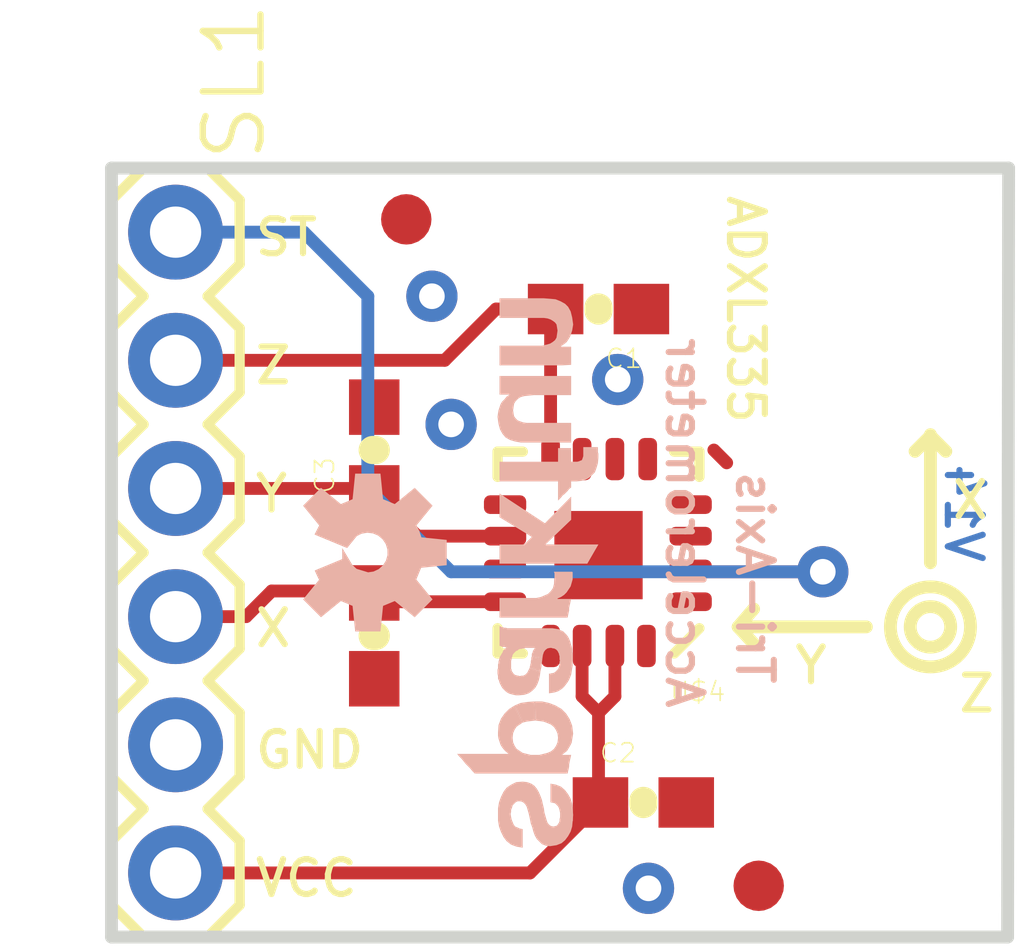
<source format=kicad_pcb>
(kicad_pcb (version 20211014) (generator pcbnew)
  (layers (0 "F.Cu" signal) (1 "In1.Cu" signal) (2 "In2.Cu" signal) (3 "In3.Cu" signal) (4 "In4.Cu" signal) (5 "In5.Cu" signal) (6 "In6.Cu" signal) (7 "In7.Cu" signal) (8 "In8.Cu" signal) (9 "In9.Cu" signal) (10 "In10.Cu" signal) (11 "In11.Cu" signal) (12 "In12.Cu" signal) (13 "In13.Cu" signal) (14 "In14.Cu" signal) (31 "B.Cu" signal) (34 "B.Paste" user) (35 "F.Paste" user) (36 "B.SilkS" user "B.Silkscreen") (37 "F.SilkS" user "F.Silkscreen") (38 "B.Mask" user) (39 "F.Mask" user) (44 "Edge.Cuts" user))
  (net 0 "")
  (net 1 "GND")
  (net 2 "VCC")
  (net 3 "XOUT")
  (net 4 "YOUT")
  (net 5 "ZOUT")
  (net 6 "ST")
  (footprint "boardEagle:0603-CAP" (layer "F.Cu") (at 150.1521 109.9566)
    (fp_text reference "C2" (at -0.889 -0.762) (layer "F.SilkS") (effects (font (size 0.373888 0.373888) (thickness 0.032512)) (justify left bottom)))
    (fp_text value "0.1uF")
    (fp_line (start 0 -0.0305) (end 0 0.0305) (layer "F.SilkS") (width 0.5588))
    (pad "1" smd rect (at -0.85 0) (size 1.1 1) (layers "F.Cu" "F.Paste" "F.Mask") (net 2 "VCC"))
    (pad "2" smd rect (at 0.85 0) (size 1.1 1) (layers "F.Cu" "F.Paste" "F.Mask") (net 1 "GND"))
  )
  (footprint "boardEagle:FIDUCIAL-1X2" (layer "F.Cu") (at 152.4381 111.6076)
    (fp_text reference "U$3" hide)
    (fp_text value "FIDUCIAL1X2" hide)
    (pad "1" smd roundrect (at 0 0) (size 1 1) (layers "F.Cu" "F.Mask") (roundrect_rratio 0.5))
  )
  (footprint "boardEagle:STAND-OFF-TIGHT" (layer "F.Cu") (at 154.8511 99.9236)
    (fp_text reference "U$7" hide)
    (fp_text value "" hide)
    (pad "" np_thru_hole circle (at 0 0) (size 3.048 3.048) (drill 3.048) (layers *.Cu *.Mask))
  )
  (footprint "boardEagle:STAND-OFF-TIGHT" (layer "F.Cu") (at 154.8511 110.0836)
    (fp_text reference "U$6" hide)
    (fp_text value "" hide)
    (pad "" np_thru_hole circle (at 0 0) (size 3.048 3.048) (drill 3.048) (layers *.Cu *.Mask))
  )
  (footprint "boardEagle:0603-CAP" (layer "F.Cu") (at 144.8181 106.6546 -90)
    (fp_text reference "C4" (at -0.889 -0.762 -90) (layer "F.SilkS") (effects (font (size 0.373888 0.373888) (thickness 0.032512)) (justify left bottom)))
    (fp_text value "0.1uF")
    (fp_line (start 0 -0.0305) (end 0 0.0305) (layer "F.SilkS") (width 0.5588))
    (pad "1" smd rect (at -0.85 0 270) (size 1.1 1) (layers "F.Cu" "F.Paste" "F.Mask") (net 3 "XOUT"))
    (pad "2" smd rect (at 0.85 0 270) (size 1.1 1) (layers "F.Cu" "F.Paste" "F.Mask") (net 1 "GND"))
  )
  (footprint "boardEagle:FIDUCIAL-1X2" (layer "F.Cu") (at 145.4531 98.3996)
    (fp_text reference "U$1" hide)
    (fp_text value "FIDUCIAL1X2" hide)
    (pad "1" smd roundrect (at 0 0) (size 1 1) (layers "F.Cu" "F.Mask") (roundrect_rratio 0.5))
  )
  (footprint "boardEagle:0603-CAP" (layer "F.Cu") (at 144.8181 102.9716 90)
    (fp_text reference "C3" (at -0.889 -0.762 90) (layer "F.SilkS") (effects (font (size 0.373888 0.373888) (thickness 0.032512)) (justify left bottom)))
    (fp_text value "0.1uF")
    (fp_line (start 0 -0.0305) (end 0 0.0305) (layer "F.SilkS") (width 0.5588))
    (pad "1" smd rect (at -0.85 0 90) (size 1.1 1) (layers "F.Cu" "F.Paste" "F.Mask") (net 4 "YOUT"))
    (pad "2" smd rect (at 0.85 0 90) (size 1.1 1) (layers "F.Cu" "F.Paste" "F.Mask") (net 1 "GND"))
  )
  (footprint "boardEagle:ADXL335-P" (layer "F.Cu") (at 149.2631 105.0036 180)
    (fp_text reference "U$4" (at -2.54 -2.54 180) (layer "F.SilkS") (effects (font (size 0.373888 0.373888) (thickness 0.032512)) (justify right top)))
    (fp_text value "ADXL335-PATRICK\"\"")
    (fp_line (start 2 1.5) (end 2 2) (layer "F.SilkS") (width 0.2032))
    (fp_line (start 2 -2) (end 2 -1.5) (layer "F.SilkS") (width 0.2032))
    (fp_line (start -2 2) (end -2 1.5) (layer "F.SilkS") (width 0.2032))
    (fp_line (start -1.5 -2) (end -2 -1.5) (layer "F.SilkS") (width 0.2032))
    (fp_line (start -1.5 2) (end -2 2) (layer "F.SilkS") (width 0.2032))
    (fp_line (start 2 2) (end 1.5 2) (layer "F.SilkS") (width 0.2032))
    (fp_line (start 1.5 -2) (end 2 -2) (layer "F.SilkS") (width 0.2032))
    (pad "0" smd rect (at 0 -0.0508) (size 1.75 1.75) (layers "F.Cu" "F.Mask"))
    (pad "1" smd roundrect (at -1.8262 -0.975 90) (size 0.37 0.8382) (layers "F.Cu" "F.Paste" "F.Mask") (roundrect_rratio 0.325))
    (pad "2" smd roundrect (at -1.8262 -0.325 90) (size 0.37 0.8382) (layers "F.Cu" "F.Paste" "F.Mask") (roundrect_rratio 0.325) (net 6 "ST"))
    (pad "3" smd roundrect (at -1.8262 0.325 90) (size 0.37 0.8382) (layers "F.Cu" "F.Paste" "F.Mask") (roundrect_rratio 0.325) (net 1 "GND"))
    (pad "4" smd roundrect (at -1.8262 0.9496 90) (size 0.37 0.8382) (layers "F.Cu" "F.Paste" "F.Mask") (roundrect_rratio 0.325))
    (pad "5" smd roundrect (at -0.975 1.8516) (size 0.37 0.8382) (layers "F.Cu" "F.Paste" "F.Mask") (roundrect_rratio 0.325) (net 1 "GND"))
    (pad "6" smd roundrect (at -0.325 1.8516) (size 0.37 0.8382) (layers "F.Cu" "F.Paste" "F.Mask") (roundrect_rratio 0.325) (net 1 "GND"))
    (pad "7" smd roundrect (at 0.325 1.8516) (size 0.37 0.8382) (layers "F.Cu" "F.Paste" "F.Mask") (roundrect_rratio 0.325) (net 1 "GND"))
    (pad "8" smd roundrect (at 0.9496 1.8516) (size 0.37 0.8382) (layers "F.Cu" "F.Paste" "F.Mask") (roundrect_rratio 0.325) (net 5 "ZOUT"))
    (pad "9" smd roundrect (at 1.8516 0.9496 270) (size 0.37 0.8382) (layers "F.Cu" "F.Paste" "F.Mask") (roundrect_rratio 0.325))
    (pad "10" smd roundrect (at 1.8516 0.325 270) (size 0.37 0.8382) (layers "F.Cu" "F.Paste" "F.Mask") (roundrect_rratio 0.325) (net 4 "YOUT"))
    (pad "11" smd roundrect (at 1.8516 -0.325 270) (size 0.37 0.8382) (layers "F.Cu" "F.Paste" "F.Mask") (roundrect_rratio 0.325))
    (pad "12" smd roundrect (at 1.8516 -0.975 270) (size 0.37 0.8382) (layers "F.Cu" "F.Paste" "F.Mask") (roundrect_rratio 0.325) (net 3 "XOUT"))
    (pad "13" smd roundrect (at 0.9496 -1.8516 180) (size 0.37 0.8382) (layers "F.Cu" "F.Paste" "F.Mask") (roundrect_rratio 0.325))
    (pad "14" smd roundrect (at 0.325 -1.8516 180) (size 0.37 0.8382) (layers "F.Cu" "F.Paste" "F.Mask") (roundrect_rratio 0.325) (net 2 "VCC"))
    (pad "15" smd roundrect (at -0.325 -1.8516 180) (size 0.37 0.8382) (layers "F.Cu" "F.Paste" "F.Mask") (roundrect_rratio 0.325) (net 2 "VCC"))
    (pad "16" smd roundrect (at -0.9496 -1.8516 180) (size 0.37 0.8382) (layers "F.Cu" "F.Paste" "F.Mask") (roundrect_rratio 0.325))
  )
  (footprint "boardEagle:1X06" (layer "F.Cu") (at 140.8811 98.6536 -90)
    (fp_text reference "SL1" (at -1.3462 -1.8288 -90) (layer "F.SilkS") (effects (font (size 1.143 1.143) (thickness 0.127)) (justify left bottom)))
    (fp_text value "")
    (fp_line (start 8.255 1.27) (end 6.985 1.27) (layer "F.SilkS") (width 0.2032))
    (fp_line (start 11.43 0.635) (end 10.795 1.27) (layer "F.SilkS") (width 0.2032))
    (fp_line (start 3.175 1.27) (end 1.905 1.27) (layer "F.SilkS") (width 0.2032))
    (fp_line (start 9.525 -1.27) (end 10.795 -1.27) (layer "F.SilkS") (width 0.2032))
    (fp_line (start -1.27 0.635) (end -0.635 1.27) (layer "F.SilkS") (width 0.2032))
    (fp_line (start -0.635 -1.27) (end 0.635 -1.27) (layer "F.SilkS") (width 0.2032))
    (fp_line (start 10.795 -1.27) (end 11.43 -0.635) (layer "F.SilkS") (width 0.2032))
    (fp_line (start -1.27 -0.635) (end -1.27 0.635) (layer "F.SilkS") (width 0.2032))
    (fp_line (start 9.525 1.27) (end 8.89 0.635) (layer "F.SilkS") (width 0.2032))
    (fp_line (start 13.335 -1.27) (end 13.97 -0.635) (layer "F.SilkS") (width 0.2032))
    (fp_line (start 5.715 -1.27) (end 6.35 -0.635) (layer "F.SilkS") (width 0.2032))
    (fp_line (start 0.635 -1.27) (end 1.27 -0.635) (layer "F.SilkS") (width 0.2032))
    (fp_line (start 4.445 -1.27) (end 5.715 -1.27) (layer "F.SilkS") (width 0.2032))
    (fp_line (start 0.635 1.27) (end -0.635 1.27) (layer "F.SilkS") (width 0.2032))
    (fp_line (start -0.635 -1.27) (end -1.27 -0.635) (layer "F.SilkS") (width 0.2032))
    (fp_line (start 3.81 0.635) (end 3.175 1.27) (layer "F.SilkS") (width 0.2032))
    (fp_line (start 4.445 1.27) (end 3.81 0.635) (layer "F.SilkS") (width 0.2032))
    (fp_line (start 1.27 0.635) (end 0.635 1.27) (layer "F.SilkS") (width 0.2032))
    (fp_line (start 5.715 1.27) (end 4.445 1.27) (layer "F.SilkS") (width 0.2032))
    (fp_line (start 1.905 -1.27) (end 3.175 -1.27) (layer "F.SilkS") (width 0.2032))
    (fp_line (start 6.985 -1.27) (end 8.255 -1.27) (layer "F.SilkS") (width 0.2032))
    (fp_line (start 1.27 -0.635) (end 1.905 -1.27) (layer "F.SilkS") (width 0.2032))
    (fp_line (start 11.43 -0.635) (end 12.065 -1.27) (layer "F.SilkS") (width 0.2032))
    (fp_line (start 8.255 -1.27) (end 8.89 -0.635) (layer "F.SilkS") (width 0.2032))
    (fp_line (start 8.89 -0.635) (end 9.525 -1.27) (layer "F.SilkS") (width 0.2032))
    (fp_line (start 10.795 1.27) (end 9.525 1.27) (layer "F.SilkS") (width 0.2032))
    (fp_line (start 6.35 0.635) (end 6.985 1.27) (layer "F.SilkS") (width 0.2032))
    (fp_line (start 13.97 0.635) (end 13.335 1.27) (layer "F.SilkS") (width 0.2032))
    (fp_line (start 12.065 1.27) (end 11.43 0.635) (layer "F.SilkS") (width 0.2032))
    (fp_line (start 6.985 -1.27) (end 6.35 -0.635) (layer "F.SilkS") (width 0.2032))
    (fp_line (start 3.175 -1.27) (end 3.81 -0.635) (layer "F.SilkS") (width 0.2032))
    (fp_line (start 6.35 0.635) (end 5.715 1.27) (layer "F.SilkS") (width 0.2032))
    (fp_line (start 3.81 -0.635) (end 4.445 -1.27) (layer "F.SilkS") (width 0.2032))
    (fp_line (start 13.335 1.27) (end 12.065 1.27) (layer "F.SilkS") (width 0.2032))
    (fp_line (start 8.89 0.635) (end 8.255 1.27) (layer "F.SilkS") (width 0.2032))
    (fp_line (start 12.065 -1.27) (end 13.335 -1.27) (layer "F.SilkS") (width 0.2032))
    (fp_line (start 1.905 1.27) (end 1.27 0.635) (layer "F.SilkS") (width 0.2032))
    (fp_line (start 13.97 -0.635) (end 13.97 0.635) (layer "F.SilkS") (width 0.2032))
    (pad "1" thru_hole circle (at 0 0) (size 1.8796 1.8796) (drill 1.016) (layers *.Cu *.Mask) (net 6 "ST"))
    (pad "2" thru_hole circle (at 2.54 0) (size 1.8796 1.8796) (drill 1.016) (layers *.Cu *.Mask) (net 5 "ZOUT"))
    (pad "3" thru_hole circle (at 5.08 0) (size 1.8796 1.8796) (drill 1.016) (layers *.Cu *.Mask) (net 4 "YOUT"))
    (pad "4" thru_hole circle (at 7.62 0) (size 1.8796 1.8796) (drill 1.016) (layers *.Cu *.Mask) (net 3 "XOUT"))
    (pad "5" thru_hole circle (at 10.16 0) (size 1.8796 1.8796) (drill 1.016) (layers *.Cu *.Mask) (net 1 "GND"))
    (pad "6" thru_hole circle (at 12.7 0) (size 1.8796 1.8796) (drill 1.016) (layers *.Cu *.Mask) (net 2 "VCC"))
  )
  (footprint "boardEagle:0603-CAP" (layer "F.Cu") (at 149.2631 100.1776 180)
    (fp_text reference "C1" (at -0.889 -0.762 180) (layer "F.SilkS") (effects (font (size 0.373888 0.373888) (thickness 0.032512)) (justify right top)))
    (fp_text value "0.1uF")
    (fp_line (start 0 -0.0305) (end 0 0.0305) (layer "F.SilkS") (width 0.5588))
    (pad "1" smd rect (at -0.85 0 180) (size 1.1 1) (layers "F.Cu" "F.Paste" "F.Mask") (net 1 "GND"))
    (pad "2" smd rect (at 0.85 0 180) (size 1.1 1) (layers "F.Cu" "F.Paste" "F.Mask") (net 5 "ZOUT"))
  )
  (footprint "boardEagle:OSHW-LOGO-S" (layer "B.Cu") (at 144.6911 105.0036 90)
    (fp_text reference "U$5" hide)
    (fp_text value "" hide)
    (fp_poly (pts (xy 0.301647 1.061351) (xy 0.42347 1.022344) (xy 0.537177 0.963769) (xy 0.92862 1.282946) (xy 1.282946 0.92862) (xy 0.961035 0.533823) (xy 1.057046 0.302084) (xy 1.5638 0.250561) (xy 1.5638 -0.250561) (xy 1.057046 -0.302084) (xy 0.961035 -0.533823) (xy 1.282946 -0.92862) (xy 0.92862 -1.282946) (xy 0.537177 -0.96377) (xy 0.356601 -1.056794) (xy 0.088679 -0.410073) (xy 0.326262 -0.2176) (xy 0.373649 -0.121468) (xy 0.392729 -0.010339) (xy 0.379464 0.101634) (xy 0.334947 0.205229) (xy 0.262842 0.291918) (xy 0.169087 0.354561) (xy 0.061406 0.387999) (xy -0.051342 0.38948) (xy -0.159868 0.358881) (xy -0.255234 0.298724) (xy -0.329589 0.213962) (xy -0.376813 0.111569) (xy -0.392176 0.005767) (xy -0.322923 -0.222565) (xy -0.249312 -0.303773) (xy 0.091677 -0.5081) (xy -0.12929 -0.5081) (xy -0.355332 -1.053732) (xy -0.506597 -0.983577) (xy -0.538922 -0.965192) (xy -0.92862 -1.282946) (xy -1.282946 -0.92862) (xy -0.961035 -0.533823) (xy -1.057046 -0.302084) (xy -1.5638 -0.250561) (xy -1.5638 0.250561) (xy -1.057046 0.302084) (xy -0.961035 0.533823) (xy -1.282946 0.92862) (xy -0.92862 1.282946) (xy -0.533823 0.961035) (xy -0.302084 1.057046) (xy -0.250561 1.5638) (xy 0.250561 1.5638)) (layer "B.SilkS") (width 0) (fill solid))
  )
  (footprint "boardEagle:SFE_LOGO_NAME_.1" (layer "B.Cu") (at 145.9611 111.3536 90)
    (fp_text reference "U$8" hide)
    (fp_text value "" hide)
    (fp_poly (pts (xy 8.34 3.29) (xy 8.44 3.29) (xy 8.44 3) (xy 8.26 3) (xy 8.2 2.98) (xy 8.18 2.97) (xy 8.17 2.94) (xy 8.16 2.92) (xy 8.15 2.88) (xy 8.15 2.76) (xy 8.42 2.76) (xy 8.42 2.5) (xy 8.15 2.5) (xy 8.15 1.34) (xy 7.76 1.34) (xy 7.76 2.5) (xy 7.38 2.5) (xy 7.44 2.56) (xy 7.48 2.59) (xy 7.51 2.63) (xy 7.57 2.69) (xy 7.61 2.72) (xy 7.64 2.76) (xy 7.76 2.76) (xy 7.76 2.87) (xy 7.77 2.96) (xy 7.79 3.04) (xy 7.83 3.11) (xy 7.88 3.17) (xy 7.94 3.23) (xy 8.02 3.26) (xy 8.12 3.29) (xy 8.23 3.3) (xy 8.31 3.3)) (layer "B.SilkS") (width 0) (fill solid))
    (fp_poly (pts (xy 5.97 2.78) (xy 5.97 2.42) (xy 5.96 2.42) (xy 5.94 2.43) (xy 5.83 2.43) (xy 5.73 2.42) (xy 5.65 2.4) (xy 5.59 2.36) (xy 5.53 2.3) (xy 5.47 2.16) (xy 5.45 2.07) (xy 5.45 1.34) (xy 5.06 1.34) (xy 5.06 2.69) (xy 5.16 2.71) (xy 5.2 2.72) (xy 5.25 2.72) (xy 5.3 2.73) (xy 5.34 2.74) (xy 5.39 2.75) (xy 5.43 2.76) (xy 5.43 2.49) (xy 5.44 2.49) (xy 5.47 2.56) (xy 5.51 2.62) (xy 5.56 2.67) (xy 5.68 2.75) (xy 5.82 2.79) (xy 5.96 2.79)) (layer "B.SilkS") (width 0) (fill solid))
    (fp_poly (pts (xy 1.37 2.78) (xy 1.47 2.75) (xy 1.56 2.7) (xy 1.64 2.64) (xy 1.71 2.56) (xy 1.75 2.46) (xy 1.77 2.35) (xy 1.4 2.35) (xy 1.39 2.4) (xy 1.38 2.44) (xy 1.32 2.5) (xy 1.28 2.52) (xy 1.24 2.53) (xy 1.19 2.54) (xy 1.1 2.54) (xy 1.07 2.53) (xy 1.03 2.53) (xy 1 2.52) (xy 0.94 2.48) (xy 0.93 2.45) (xy 0.92 2.41) (xy 0.93 2.36) (xy 0.96 2.32) (xy 1 2.29) (xy 1.06 2.27) (xy 1.2 2.23) (xy 1.28 2.22) (xy 1.36 2.2) (xy 1.45 2.18) (xy 1.53 2.15) (xy 1.6 2.12) (xy 1.67 2.08) (xy 1.73 2.03) (xy 1.77 1.97) (xy 1.8 1.89) (xy 1.81 1.8) (xy 1.8 1.67) (xy 1.75 1.57) (xy 1.69 1.48) (xy 1.61 1.42) (xy 1.51 1.37) (xy 1.4 1.33) (xy 1.28 1.31) (xy 1.04 1.31) (xy 0.92 1.33) (xy 0.81 1.37) (xy 0.71 1.42) (xy 0.63 1.48) (xy 0.56 1.57) (xy 0.52 1.68) (xy 0.5 1.8) (xy 0.87 1.8) (xy 0.88 1.74) (xy 0.9 1.7) (xy 0.92 1.65) (xy 0.96 1.62) (xy 1.06 1.58) (xy 1.11 1.57) (xy 1.17 1.56) (xy 1.21 1.57) (xy 1.25 1.57) (xy 1.3 1.59) (xy 1.34 1.6) (xy 1.4 1.66) (xy 1.42 1.7) (xy 1.42 1.75) (xy 1.41 1.79) (xy 1.39 1.82) (xy 1.36 1.85) (xy 1.31 1.88) (xy 1.17 1.92) (xy 1.08 1.94) (xy 0.98 1.96) (xy 0.9 1.99) (xy 0.82 2.01) (xy 0.74 2.04) (xy 0.67 2.08) (xy 0.57 2.18) (xy 0.54 2.26) (xy 0.53 2.34) (xy 0.55 2.47) (xy 0.59 2.57) (xy 0.65 2.64) (xy 0.73 2.7) (xy 0.82 2.75) (xy 0.92 2.78) (xy 1.03 2.79) (xy 1.15 2.8)) (layer "B.SilkS") (width 0) (fill solid))
    (fp_poly (pts (xy 6.51 2.25) (xy 7 2.76) (xy 7.46 2.76) (xy 6.93 2.24) (xy 7.52 1.34) (xy 7.05 1.34) (xy 6.66 1.98) (xy 6.51 1.83) (xy 6.51 1.34) (xy 6.13 1.34) (xy 6.13 3.08) (xy 6.51 3.3)) (layer "B.SilkS") (width 0) (fill solid))
    (fp_poly (pts (xy 8.92 1.88) (xy 8.93 1.81) (xy 8.95 1.75) (xy 8.97 1.7) (xy 9.01 1.66) (xy 9.05 1.63) (xy 9.1 1.62) (xy 9.17 1.61) (xy 9.24 1.62) (xy 9.3 1.63) (xy 9.35 1.66) (xy 9.4 1.71) (xy 9.43 1.76) (xy 9.45 1.83) (xy 9.46 1.92) (xy 9.47 2.02) (xy 9.47 2.76) (xy 9.85 2.76) (xy 9.85 1.34) (xy 9.48 1.34) (xy 9.48 1.54) (xy 9.44 1.48) (xy 9.39 1.44) (xy 9.34 1.39) (xy 9.29 1.36) (xy 9.17 1.32) (xy 9.11 1.31) (xy 9.04 1.3) (xy 8.9 1.32) (xy 8.79 1.35) (xy 8.7 1.4) (xy 8.63 1.46) (xy 8.58 1.55) (xy 8.55 1.65) (xy 8.53 1.76) (xy 8.53 2.76) (xy 8.92 2.76)) (layer "B.SilkS") (width 0) (fill solid))
    (fp_poly (pts (xy 4.29 1.98) (xy 4.27 1.97) (xy 4.23 1.97) (xy 4.2 1.96) (xy 4.16 1.96) (xy 4.13 1.95) (xy 4.11 1.95) (xy 4.09 1.94) (xy 4.07 1.94) (xy 3.99 2.15) (xy 4.08 2.17) (xy 4.17 2.18) (xy 4.25 2.19)) (layer "B.SilkS") (width 0) (fill solid))
    (fp_poly (pts (xy 4.39 2.78) (xy 4.44 2.78) (xy 4.49 2.77) (xy 4.55 2.75) (xy 4.59 2.74) (xy 4.64 2.72) (xy 4.68 2.7) (xy 4.72 2.67) (xy 4.79 2.6) (xy 4.81 2.55) (xy 4.83 2.51) (xy 4.85 2.39) (xy 4.85 1.49) (xy 4.86 1.47) (xy 4.86 1.43) (xy 4.87 1.41) (xy 4.87 1.4) (xy 4.88 1.38) (xy 4.88 1.37) (xy 4.89 1.35) (xy 4.89 1.34) (xy 4.5 1.34) (xy 4.5 1.36) (xy 4.49 1.37) (xy 4.49 1.38) (xy 4.48 1.39) (xy 4.48 1.45) (xy 4.47 1.46) (xy 4.47 1.48) (xy 4.45 1.46) (xy 4.43 1.43) (xy 4.4 1.41) (xy 4.37 1.4) (xy 4.34 1.38) (xy 4.32 1.37) (xy 4.29 1.35) (xy 4.26 1.34) (xy 4.22 1.33) (xy 4.19 1.32) (xy 4.16 1.32) (xy 4.13 1.31) (xy 4.06 1.31) (xy 4.03 1.3) (xy 3.95 1.3) (xy 3.9 1.31) (xy 3.85 1.31) (xy 3.81 1.33) (xy 3.77 1.34) (xy 3.69 1.38) (xy 3.66 1.4) (xy 3.6 1.46) (xy 3.57 1.5) (xy 3.55 1.54) (xy 3.53 1.62) (xy 3.52 1.67) (xy 3.52 1.72) (xy 3.53 1.83) (xy 3.56 1.92) (xy 3.61 1.99) (xy 3.67 2.05) (xy 3.74 2.09) (xy 3.82 2.12) (xy 3.91 2.14) (xy 3.99 2.15) (xy 4.07 1.94) (xy 3.97 1.89) (xy 3.93 1.85) (xy 3.91 1.81) (xy 3.91 1.77) (xy 3.9 1.74) (xy 3.91 1.72) (xy 3.91 1.7) (xy 3.92 1.67) (xy 3.92 1.66) (xy 3.93 1.64) (xy 3.96 1.61) (xy 3.98 1.6) (xy 3.99 1.59) (xy 4.01 1.58) (xy 4.03 1.58) (xy 4.05 1.57) (xy 4.2 1.57) (xy 4.32 1.6) (xy 4.35 1.62) (xy 4.4 1.67) (xy 4.41 1.7) (xy 4.43 1.72) (xy 4.44 1.75) (xy 4.44 1.78) (xy 4.45 1.8) (xy 4.45 1.83) (xy 4.46 1.85) (xy 4.46 2.04) (xy 4.44 2.03) (xy 4.43 2.02) (xy 4.41 2.01) (xy 4.4 2) (xy 4.38 2) (xy 4.34 1.98) (xy 4.29 1.98) (xy 4.25 2.19) (xy 4.32 2.2) (xy 4.38 2.22) (xy 4.42 2.25) (xy 4.45 2.29) (xy 4.46 2.34) (xy 4.46 2.37) (xy 4.45 2.4) (xy 4.45 2.42) (xy 4.43 2.46) (xy 4.4 2.49) (xy 4.34 2.52) (xy 4.32 2.52) (xy 4.3 2.53) (xy 4.23 2.53) (xy 4.21 2.54) (xy 4.18 2.53) (xy 4.13 2.53) (xy 4.1 2.52) (xy 4.08 2.52) (xy 4.04 2.5) (xy 3.98 2.44) (xy 3.96 2.4) (xy 3.96 2.37) (xy 3.95 2.35) (xy 3.95 2.32) (xy 3.56 2.32) (xy 3.57 2.39) (xy 3.58 2.44) (xy 3.6 2.5) (xy 3.63 2.55) (xy 3.66 2.59) (xy 3.7 2.63) (xy 3.78 2.69) (xy 3.83 2.72) (xy 3.93 2.76) (xy 4.11 2.79) (xy 4.33 2.79)) (layer "B.SilkS") (width 0) (fill solid))
    (fp_poly (pts (xy 2.92 2.78) (xy 3.05 2.73) (xy 3.16 2.66) (xy 3.25 2.57) (xy 3.32 2.45) (xy 3.37 2.32) (xy 3.4 2.18) (xy 3.4 2.04) (xy 3.02 2.05) (xy 3 2.21) (xy 2.97 2.29) (xy 2.94 2.36) (xy 2.89 2.42) (xy 2.83 2.46) (xy 2.76 2.49) (xy 2.68 2.5) (xy 2.59 2.49) (xy 2.52 2.46) (xy 2.46 2.42) (xy 2.41 2.36) (xy 2.38 2.29) (xy 2.34 2.13) (xy 2.34 1.96) (xy 2.38 1.8) (xy 2.46 1.68) (xy 2.52 1.64) (xy 2.59 1.61) (xy 2.68 1.6) (xy 2.77 1.61) (xy 2.84 1.64) (xy 2.9 1.68) (xy 2.98 1.8) (xy 3.32 1.64) (xy 3.25 1.53) (xy 3.16 1.44) (xy 3.06 1.37) (xy 2.93 1.32) (xy 2.78 1.31) (xy 2.72 1.31) (xy 2.66 1.32) (xy 2.54 1.36) (xy 2.49 1.39) (xy 2.44 1.43) (xy 2.4 1.47) (xy 2.36 1.52) (xy 2.36 0.5) (xy 2.31 0.54) (xy 2.26 0.59) (xy 2.16 0.67) (xy 2.07 0.76) (xy 2.02 0.8) (xy 1.97 0.85) (xy 1.97 2.69) (xy 2.02 2.7) (xy 2.06 2.71) (xy 2.11 2.72) (xy 2.15 2.72) (xy 2.25 2.74) (xy 2.29 2.75) (xy 2.34 2.76) (xy 2.34 2.58) (xy 2.42 2.68) (xy 2.52 2.74) (xy 2.58 2.77) (xy 2.76 2.8)) (layer "B.SilkS") (width 0) (fill solid))
    (fp_poly (pts (xy 11.01 2.78) (xy 11.13 2.75) (xy 11.22 2.7) (xy 11.28 2.64) (xy 11.33 2.55) (xy 11.37 2.45) (xy 11.38 2.34) (xy 11.39 2.21) (xy 11.39 1.34) (xy 11 1.34) (xy 11 2.22) (xy 10.99 2.29) (xy 10.97 2.35) (xy 10.94 2.4) (xy 10.91 2.44) (xy 10.87 2.47) (xy 10.75 2.49) (xy 10.61 2.47) (xy 10.56 2.44) (xy 10.52 2.39) (xy 10.49 2.34) (xy 10.47 2.27) (xy 10.45 2.18) (xy 10.45 1.34) (xy 10.06 1.34) (xy 10.06 2.58) (xy 10.07 2.76) (xy 10.43 2.76) (xy 10.43 2.56) (xy 10.44 2.56) (xy 10.48 2.62) (xy 10.52 2.67) (xy 10.58 2.71) (xy 10.63 2.74) (xy 10.75 2.78) (xy 10.87 2.8)) (layer "B.SilkS") (width 0) (fill solid))
    (fp_poly (pts (xy 3.4 2.04) (xy 3.39 1.9) (xy 3.37 1.76) (xy 3.32 1.64) (xy 2.98 1.8) (xy 3 1.88) (xy 3.01 1.96) (xy 3.02 2.05)) (layer "B.SilkS") (width 0) (fill solid))
  )
  (gr_circle (center 155.8417 106.4768) (end 156.243306 106.4768) (layer "F.SilkS") (width 0.254) (fill none))
  (gr_circle (center 155.8417 106.4768) (end 156.635218 106.4768) (layer "F.SilkS") (width 0.254) (fill none))
  (gr_line (start 155.8417 102.6922) (end 156.1465 102.997) (layer "F.SilkS") (width 0.254))
  (gr_line (start 155.8417 102.6668) (end 155.8417 102.6922) (layer "F.SilkS") (width 0.254))
  (gr_line (start 154.5717 106.4768) (end 152.0317 106.4768) (layer "F.SilkS") (width 0.254))
  (gr_line (start 152.0317 106.4768) (end 152.3365 106.807) (layer "F.SilkS") (width 0.254))
  (gr_line (start 155.8417 105.2068) (end 155.8417 102.6922) (layer "F.SilkS") (width 0.254))
  (gr_line (start 152.0317 106.4768) (end 152.3365 106.1212) (layer "F.SilkS") (width 0.254))
  (gr_line (start 155.8417 102.6922) (end 155.5369 102.997) (layer "F.SilkS") (width 0.254))
  (gr_line (start 157.3711 112.6236) (end 157.3911 97.3836) (layer "Edge.Cuts") (width 0.254))
  (gr_line (start 139.6111 97.3836) (end 139.6111 112.6236) (layer "Edge.Cuts") (width 0.254))
  (gr_line (start 139.6111 112.6236) (end 157.3711 112.6236) (layer "Edge.Cuts") (width 0.254))
  (gr_line (start 157.3911 97.3836) (end 139.6111 97.3836) (layer "Edge.Cuts") (width 0.254))
  (gr_text "V14" (at 156.0957 105.2576 -90) (layer "B.Cu") (effects (font (size 0.69088 0.69088) (thickness 0.12192)) (justify left bottom mirror)))
  (gr_text "Tri-Axis" (at 151.9555 107.6706 -90) (layer "B.SilkS") (effects (font (size 0.69088 0.69088) (thickness 0.12192)) (justify left bottom mirror)))
  (gr_text "Accelerometer" (at 151.3713 100.6856 -90) (layer "B.SilkS") (effects (font (size 0.69088 0.69088) (thickness 0.12192)) (justify right top mirror)))
  (gr_text "X" (at 142.4051 106.9086) (layer "F.SilkS") (effects (font (size 0.69088 0.69088) (thickness 0.12192)) (justify left bottom)))
  (gr_text "Z" (at 142.4051 101.7016) (layer "F.SilkS") (effects (font (size 0.69088 0.69088) (thickness 0.12192)) (justify left bottom)))
  (gr_text "ST" (at 142.4051 99.1616) (layer "F.SilkS") (effects (font (size 0.69088 0.69088) (thickness 0.12192)) (justify left bottom)))
  (gr_text "X" (at 156.2227 104.3686) (layer "F.SilkS") (effects (font (size 0.69088 0.69088) (thickness 0.12192)) (justify left bottom)))
  (gr_text "Y" (at 153.0985 107.6452) (layer "F.SilkS") (effects (font (size 0.69088 0.69088) (thickness 0.12192)) (justify left bottom)))
  (gr_text "VCC" (at 142.4051 111.8616) (layer "F.SilkS") (effects (font (size 0.69088 0.69088) (thickness 0.12192)) (justify left bottom)))
  (gr_text "ADXL335" (at 151.7777 97.8662 270) (layer "F.SilkS") (effects (font (size 0.69088 0.69088) (thickness 0.12192)) (justify left bottom)))
  (gr_text "Y" (at 142.4051 104.2416) (layer "F.SilkS") (effects (font (size 0.69088 0.69088) (thickness 0.12192)) (justify left bottom)))
  (gr_text "Z" (at 156.3497 108.204) (layer "F.SilkS") (effects (font (size 0.69088 0.69088) (thickness 0.12192)) (justify left bottom)))
  (gr_text "GND" (at 142.4051 109.3216) (layer "F.SilkS") (effects (font (size 0.69088 0.69088) (thickness 0.12192)) (justify left bottom)))
  (segment (start 151.0021 109.9566) (end 151.0411 109.9176) (width 0.254) (layer "F.Cu") (net 1))
  (segment (start 151.8031 103.2256) (end 151.5491 102.9716) (width 0.254) (layer "F.Cu") (net 1))
  (via (at 146.3421 102.4636) (size 1.016) (drill 0.508) (layers "F.Cu" "B.Cu") (net 1))
  (via (at 150.2537 111.6584) (size 1.016) (drill 0.508) (layers "F.Cu" "B.Cu") (net 1))
  (via (at 149.6441 101.5746) (size 1.016) (drill 0.508) (layers "F.Cu" "B.Cu") (net 1))
  (via (at 145.9611 99.9236) (size 1.016) (drill 0.508) (layers "F.Cu" "B.Cu") (net 1))
  (segment (start 149.2631 109.9176) (end 149.3021 109.9566) (width 0.254) (layer "F.Cu") (net 2))
  (segment (start 148.9381 106.8552) (end 148.9381 107.8536) (width 0.254) (layer "F.Cu") (net 2))
  (segment (start 149.5881 106.8552) (end 149.5881 107.8536) (width 0.254) (layer "F.Cu") (net 2))
  (segment (start 148.9381 107.8536) (end 149.2631 108.1786) (width 0.254) (layer "F.Cu") (net 2))
  (segment (start 147.9051 111.3536) (end 149.3021 109.9566) (width 0.254) (layer "F.Cu") (net 2))
  (segment (start 149.2631 108.1786) (end 149.2631 109.9176) (width 0.254) (layer "F.Cu") (net 2))
  (segment (start 149.5881 107.8536) (end 149.2631 108.1786) (width 0.254) (layer "F.Cu") (net 2))
  (segment (start 140.8811 111.3536) (end 147.9051 111.3536) (width 0.254) (layer "F.Cu") (net 2))
  (segment (start 142.7861 105.7656) (end 144.7791 105.7656) (width 0.254) (layer "F.Cu") (net 3))
  (segment (start 140.8811 106.2736) (end 142.2781 106.2736) (width 0.254) (layer "F.Cu") (net 3))
  (segment (start 142.2781 106.2736) (end 142.7861 105.7656) (width 0.254) (layer "F.Cu") (net 3))
  (segment (start 144.7791 105.7656) (end 144.8181 105.8046) (width 0.254) (layer "F.Cu") (net 3))
  (segment (start 144.9921 105.9786) (end 144.8181 105.8046) (width 0.254) (layer "F.Cu") (net 3))
  (segment (start 144.9921 105.9786) (end 147.4115 105.9786) (width 0.254) (layer "F.Cu") (net 3))
  (segment (start 144.8181 103.8216) (end 145.6751 104.6786) (width 0.254) (layer "F.Cu") (net 4))
  (segment (start 145.6751 104.6786) (end 147.4115 104.6786) (width 0.254) (layer "F.Cu") (net 4))
  (segment (start 140.8811 103.7336) (end 144.7301 103.7336) (width 0.254) (layer "F.Cu") (net 4))
  (segment (start 144.7301 103.7336) (end 144.8181 103.8216) (width 0.254) (layer "F.Cu") (net 4))
  (segment (start 140.8811 101.1936) (end 146.2151 101.1936) (width 0.254) (layer "F.Cu") (net 5))
  (segment (start 148.3135 103.152) (end 148.3135 100.2772) (width 0.254) (layer "F.Cu") (net 5))
  (segment (start 146.2151 101.1936) (end 147.2311 100.1776) (width 0.254) (layer "F.Cu") (net 5))
  (segment (start 147.2311 100.1776) (end 148.4131 100.1776) (width 0.254) (layer "F.Cu") (net 5))
  (segment (start 148.3135 100.2772) (end 148.4131 100.1776) (width 0.254) (layer "F.Cu") (net 5))
  (segment (start 151.1453 105.3846) (end 153.7081 105.3846) (width 0.254) (layer "F.Cu") (net 6))
  (segment (start 151.1453 105.3846) (end 151.0893 105.3286) (width 0.254) (layer "F.Cu") (net 6))
  (via (at 153.7081 105.3846) (size 1.016) (drill 0.508) (layers "F.Cu" "B.Cu") (net 6))
  (segment (start 143.4211 98.6536) (end 140.8811 98.6536) (width 0.254) (layer "B.Cu") (net 6))
  (segment (start 144.6911 99.9236) (end 143.4211 98.6536) (width 0.254) (layer "B.Cu") (net 6))
  (segment (start 153.7081 105.3846) (end 146.3421 105.3846) (width 0.254) (layer "B.Cu") (net 6))
  (segment (start 146.3421 105.3846) (end 144.6911 103.7336) (width 0.254) (layer "B.Cu") (net 6))
  (segment (start 144.6911 103.7336) (end 144.6911 99.9236) (width 0.254) (layer "B.Cu") (net 6))
)
</source>
